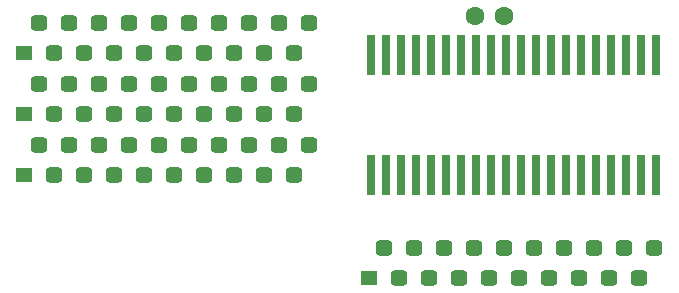
<source format=gts>
G04 #@! TF.GenerationSoftware,KiCad,Pcbnew,7.0.2-0*
G04 #@! TF.CreationDate,2023-06-03T15:31:31+02:00*
G04 #@! TF.ProjectId,MegaCD,4d656761-4344-42e6-9b69-6361645f7063,rev?*
G04 #@! TF.SameCoordinates,Original*
G04 #@! TF.FileFunction,Soldermask,Top*
G04 #@! TF.FilePolarity,Negative*
%FSLAX46Y46*%
G04 Gerber Fmt 4.6, Leading zero omitted, Abs format (unit mm)*
G04 Created by KiCad (PCBNEW 7.0.2-0) date 2023-06-03 15:31:31*
%MOMM*%
%LPD*%
G01*
G04 APERTURE LIST*
G04 Aperture macros list*
%AMRoundRect*
0 Rectangle with rounded corners*
0 $1 Rounding radius*
0 $2 $3 $4 $5 $6 $7 $8 $9 X,Y pos of 4 corners*
0 Add a 4 corners polygon primitive as box body*
4,1,4,$2,$3,$4,$5,$6,$7,$8,$9,$2,$3,0*
0 Add four circle primitives for the rounded corners*
1,1,$1+$1,$2,$3*
1,1,$1+$1,$4,$5*
1,1,$1+$1,$6,$7*
1,1,$1+$1,$8,$9*
0 Add four rect primitives between the rounded corners*
20,1,$1+$1,$2,$3,$4,$5,0*
20,1,$1+$1,$4,$5,$6,$7,0*
20,1,$1+$1,$6,$7,$8,$9,0*
20,1,$1+$1,$8,$9,$2,$3,0*%
G04 Aperture macros list end*
%ADD10R,0.700000X3.400000*%
%ADD11R,1.400000X1.300000*%
%ADD12RoundRect,0.325000X0.375000X-0.325000X0.375000X0.325000X-0.375000X0.325000X-0.375000X-0.325000X0*%
%ADD13C,1.600000*%
G04 APERTURE END LIST*
D10*
X148717000Y-119888000D03*
X149987000Y-119888000D03*
X151257000Y-119888000D03*
X152527000Y-119888000D03*
X153797000Y-119888000D03*
X155067000Y-119888000D03*
X156337000Y-119888000D03*
X157607000Y-119888000D03*
X158877000Y-119888000D03*
X160147000Y-119888000D03*
X161417000Y-119888000D03*
X162687000Y-119888000D03*
X163957000Y-119888000D03*
X165227000Y-119888000D03*
X166497000Y-119888000D03*
X167767000Y-119888000D03*
X169037000Y-119888000D03*
X170307000Y-119888000D03*
X171577000Y-119888000D03*
X172847000Y-119888000D03*
X172847000Y-109728000D03*
X171577000Y-109728000D03*
X170307000Y-109728000D03*
X169037000Y-109728000D03*
X167767000Y-109728000D03*
X166497000Y-109728000D03*
X165227000Y-109728000D03*
X163957000Y-109728000D03*
X162687000Y-109728000D03*
X161417000Y-109728000D03*
X160147000Y-109728000D03*
X158877000Y-109728000D03*
X157607000Y-109728000D03*
X156337000Y-109728000D03*
X155067000Y-109728000D03*
X153797000Y-109728000D03*
X152527000Y-109728000D03*
X151257000Y-109728000D03*
X149987000Y-109728000D03*
X148717000Y-109728000D03*
D11*
X119380000Y-114757200D03*
D12*
X120650000Y-112217200D03*
X121920000Y-114757200D03*
X123190000Y-112217200D03*
X124460000Y-114757200D03*
X125730000Y-112217200D03*
X127000000Y-114757200D03*
X128270000Y-112217200D03*
X129540000Y-114757200D03*
X130810000Y-112217200D03*
X132080000Y-114757200D03*
X133350000Y-112217200D03*
X134620000Y-114757200D03*
X135890000Y-112217200D03*
X137160000Y-114757200D03*
X138430000Y-112217200D03*
X139700000Y-114757200D03*
X140970000Y-112217200D03*
X142240000Y-114757200D03*
X143510000Y-112217200D03*
D11*
X119380000Y-119888000D03*
D12*
X120650000Y-117348000D03*
X121920000Y-119888000D03*
X123190000Y-117348000D03*
X124460000Y-119888000D03*
X125730000Y-117348000D03*
X127000000Y-119888000D03*
X128270000Y-117348000D03*
X129540000Y-119888000D03*
X130810000Y-117348000D03*
X132080000Y-119888000D03*
X133350000Y-117348000D03*
X134620000Y-119888000D03*
X135890000Y-117348000D03*
X137160000Y-119888000D03*
X138430000Y-117348000D03*
X139700000Y-119888000D03*
X140970000Y-117348000D03*
X142240000Y-119888000D03*
X143510000Y-117348000D03*
D11*
X119380000Y-109601000D03*
D12*
X120650000Y-107061000D03*
X121920000Y-109601000D03*
X123190000Y-107061000D03*
X124460000Y-109601000D03*
X125730000Y-107061000D03*
X127000000Y-109601000D03*
X128270000Y-107061000D03*
X129540000Y-109601000D03*
X130810000Y-107061000D03*
X132080000Y-109601000D03*
X133350000Y-107061000D03*
X134620000Y-109601000D03*
X135890000Y-107061000D03*
X137160000Y-109601000D03*
X138430000Y-107061000D03*
X139700000Y-109601000D03*
X140970000Y-107061000D03*
X142240000Y-109601000D03*
X143510000Y-107061000D03*
D11*
X148590000Y-128651000D03*
D12*
X149860000Y-126111000D03*
X151130000Y-128651000D03*
X152400000Y-126111000D03*
X153670000Y-128651000D03*
X154940000Y-126111000D03*
X156210000Y-128651000D03*
X157480000Y-126111000D03*
X158750000Y-128651000D03*
X160020000Y-126111000D03*
X161290000Y-128651000D03*
X162560000Y-126111000D03*
X163830000Y-128651000D03*
X165100000Y-126111000D03*
X166370000Y-128651000D03*
X167640000Y-126111000D03*
X168910000Y-128651000D03*
X170180000Y-126111000D03*
X171450000Y-128651000D03*
X172720000Y-126111000D03*
D13*
X160000000Y-106426000D03*
X157500000Y-106426000D03*
M02*

</source>
